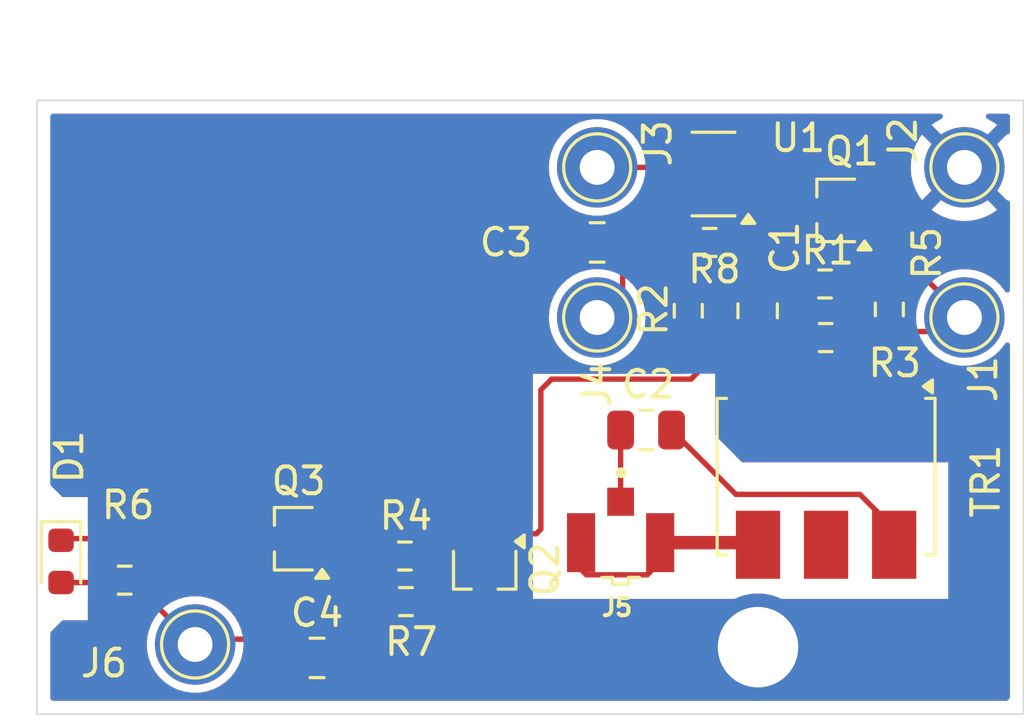
<source format=kicad_pcb>
(kicad_pcb (version 20240108) (generator "pcbnew") (generator_version "8.0")
  (layers (0 "F.Cu" signal) (31 "B.Cu" signal) (34 "B.Paste" user) (35 "F.Paste" user) (36 "B.SilkS" user "B.Silkscreen") (37 "F.SilkS" user "F.Silkscreen") (38 "B.Mask" user) (39 "F.Mask" user) (44 "Edge.Cuts" user))
  (net 0 "")
  (net 1 "Net-(C1-Pad2)")
  (net 2 "Net-(C1-Pad1)")
  (net 3 "Net-(C2-Pad2)")
  (net 4 "Net-(C2-Pad1)")
  (net 5 "Net-(J1-Pin_1)")
  (net 6 "GND")
  (net 7 "Net-(J3-Pin_1)")
  (net 8 "Net-(J4-Pin_1)")
  (net 9 "Net-(J5-Pad2)")
  (net 10 "Net-(Q1-B)")
  (net 13 "Net-(D1-A)")
  (net 14 "Net-(D1-K)")
  (net 15 "Net-(J6-Pin_1)")
  (net 16 "Net-(Q2-C)")
  (net 17 "Net-(Q2-B)")
  (net 18 "Net-(Q3-B)")
  (footprint "Capacitor_SMD:C_0805_2012Metric" (layer "F.Cu") (at 92.525 99.1 180)
    (property "Reference" "C2" (at -0.075 1.7 180) (layer "F.SilkS"))
    (property "Value" "1n")
    (fp_line (start -0.261252 0.735) (end 0.261252 0.735) (stroke (width 0.12)) (layer "F.SilkS"))
    (fp_line (start -0.261252 -0.735) (end 0.261252 -0.735) (stroke (width 0.12)) (layer "F.SilkS"))
    (pad "1" smd roundrect (at -0.95 0 180) (size 1 1.45) (layers "F.Cu" "F.Paste" "F.Mask") (net 4 "Net-(C2-Pad1)"))
    (pad "2" smd roundrect (at 0.95 0 180) (size 1 1.45) (layers "F.Cu" "F.Paste" "F.Mask") (net 3 "Net-(C2-Pad2)"))
  )
  (footprint "Resistor_SMD:R_0603_1608Metric" (layer "F.Cu") (at 99.227 95.65)
    (property "Reference" "R3" (at 2.573 0.95 0) (layer "F.SilkS"))
    (property "Value" "200")
    (fp_line (start -0.237258 -0.5225) (end 0.237258 -0.5225) (stroke (width 0.12)) (layer "F.SilkS"))
    (fp_line (start -0.237258 0.5225) (end 0.237258 0.5225) (stroke (width 0.12)) (layer "F.SilkS"))
    (pad "1" smd roundrect (at -0.825 0) (size 0.8 0.95) (layers "F.Cu" "F.Paste" "F.Mask") (net 1 "Net-(C1-Pad2)"))
    (pad "2" smd roundrect (at 0.825 0) (size 0.8 0.95) (layers "F.Cu" "F.Paste" "F.Mask") (net 6 "GND"))
  )
  (footprint "Resistor_SMD:R_0603_1608Metric" (layer "F.Cu") (at 73.075 104.7 180)
    (property "Reference" "R6" (at -0.125 2.8 180) (layer "F.SilkS"))
    (property "Value" "470")
    (fp_line (start -0.237258 0.5225) (end 0.237258 0.5225) (stroke (width 0.12)) (layer "F.SilkS"))
    (fp_line (start -0.237258 -0.5225) (end 0.237258 -0.5225) (stroke (width 0.12)) (layer "F.SilkS"))
    (pad "1" smd roundrect (at -0.825 0 180) (size 0.8 0.95) (layers "F.Cu" "F.Paste" "F.Mask") (net 15 "Net-(J6-Pin_1)"))
    (pad "2" smd roundrect (at 0.825 0 180) (size 0.8 0.95) (layers "F.Cu" "F.Paste" "F.Mask") (net 13 "Net-(D1-A)"))
  )
  (footprint "Package_TO_SOT_SMD:SOT-23-5" (layer "F.Cu") (at 95.0375 89.55 180)
    (property "Reference" "U1" (at -3.1625 1.35 180) (layer "F.SilkS"))
    (property "Value" "SN74LVC1G125DBV")
    (fp_line (start 0 1.56) (end 0.8 1.56) (stroke (width 0.12)) (layer "F.SilkS"))
    (fp_line (start 0 1.56) (end -0.8 1.56) (stroke (width 0.12)) (layer "F.SilkS"))
    (fp_line (start 0 -1.56) (end 0.8 -1.56) (stroke (width 0.12)) (layer "F.SilkS"))
    (fp_line (start 0 -1.56) (end -0.8 -1.56) (stroke (width 0.12)) (layer "F.SilkS"))
    (fp_poly (pts (xy -1.3 -1.51) (xy -1.54 -1.84) (xy -1.06 -1.84) (xy -1.3 -1.51)) (stroke (width 0.12)) (fill solid) (layer "F.SilkS"))
    (pad "1" smd roundrect (at -1.1375 -0.95 180) (size 1.325 0.6) (layers "F.Cu" "F.Paste" "F.Mask") (net 5 "Net-(J1-Pin_1)"))
    (pad "2" smd roundrect (at -1.1375 0 180) (size 1.325 0.6) (layers "F.Cu" "F.Paste" "F.Mask") (net 2 "Net-(C1-Pad1)"))
    (pad "3" smd roundrect (at -1.1375 0.95 180) (size 1.325 0.6) (layers "F.Cu" "F.Paste" "F.Mask") (net 6 "GND"))
    (pad "4" smd roundrect (at 1.1375 0.95 180) (size 1.325 0.6) (layers "F.Cu" "F.Paste" "F.Mask") (net 7 "Net-(J3-Pin_1)"))
    (pad "5" smd roundrect (at 1.1375 -0.95 180) (size 1.325 0.6) (layers "F.Cu" "F.Paste" "F.Mask") (net 8 "Net-(J4-Pin_1)"))
  )
  (footprint "Connector_Pin:Pin_D1.0mm_L10.0mm" (layer "F.Cu") (at 75.7 107.1)
    (property "Reference" "J6" (at -3.4 0.7 0) (layer "F.SilkS"))
    (property "Value" "Conn_01x01_Pin")
    (fp_circle (center 0 0) (end 1.25 0.05) (stroke (width 0.12)) (fill none) (layer "F.SilkS"))
    (pad "1" thru_hole circle (at 0 0) (size 3 3) (drill 1.3) (layers "*.Cu" "*.Mask") (net 15 "Net-(J6-Pin_1)"))
  )
  (footprint "Resistor_SMD:R_0603_1608Metric" (layer "F.Cu") (at 99.2 93.65)
    (property "Reference" "R1" (at 0.1 -1.25 0) (layer "F.SilkS"))
    (property "Value" "100k")
    (fp_line (start -0.237258 -0.5225) (end 0.237258 -0.5225) (stroke (width 0.12)) (layer "F.SilkS"))
    (fp_line (start -0.237258 0.5225) (end 0.237258 0.5225) (stroke (width 0.12)) (layer "F.SilkS"))
    (pad "1" smd roundrect (at -0.825 0) (size 0.8 0.95) (layers "F.Cu" "F.Paste" "F.Mask") (net 2 "Net-(C1-Pad1)"))
    (pad "2" smd roundrect (at 0.825 0) (size 0.8 0.95) (layers "F.Cu" "F.Paste" "F.Mask") (net 10 "Net-(Q1-B)"))
  )
  (footprint "Connector_Pin:Pin_D1.0mm_L10.0mm" (layer "F.Cu") (at 104.4 94.9 90)
    (property "Reference" "J1" (at -2.3 0.7 -90) (layer "F.SilkS"))
    (property "Value" "Conn_01x01_Pin")
    (fp_circle (center 0 0) (end 1.25 0.05) (stroke (width 0.12)) (fill none) (layer "F.SilkS"))
    (pad "1" thru_hole circle (at 0 0 90) (size 3 3) (drill 1.3) (layers "*.Cu" "*.Mask") (net 5 "Net-(J1-Pin_1)"))
  )
  (footprint "Resistor_SMD:R_0603_1608Metric" (layer "F.Cu") (at 94.1 94.65 -90)
    (property "Reference" "R2" (at -0.05 1.3 90) (layer "F.SilkS"))
    (property "Value" "100k")
    (fp_line (start -0.237258 0.5225) (end 0.237258 0.5225) (stroke (width 0.12)) (layer "F.SilkS"))
    (fp_line (start -0.237258 -0.5225) (end 0.237258 -0.5225) (stroke (width 0.12)) (layer "F.SilkS"))
    (pad "1" smd roundrect (at -0.825 0 270) (size 0.8 0.95) (layers "F.Cu" "F.Paste" "F.Mask") (net 2 "Net-(C1-Pad1)"))
    (pad "2" smd roundrect (at 0.825 0 270) (size 0.8 0.95) (layers "F.Cu" "F.Paste" "F.Mask") (net 6 "GND"))
  )
  (footprint "Connector_Pin:Pin_D1.0mm_L10.0mm" (layer "F.Cu") (at 104.4 89.3 90)
    (property "Reference" "J2" (at 1 -2.3 -90) (layer "F.SilkS"))
    (property "Value" "Conn_01x01_Pin")
    (fp_circle (center 0 0) (end 1.25 0.05) (stroke (width 0.12)) (fill none) (layer "F.SilkS"))
    (pad "1" thru_hole circle (at 0 0 90) (size 3 3) (drill 1.3) (layers "*.Cu" "*.Mask") (net 6 "GND"))
  )
  (footprint "Package_TO_SOT_SMD:SOT-323_SC-70_Handsoldering" (layer "F.Cu") (at 99.63 90.9 180)
    (property "Reference" "Q1" (at -0.57 2.2 180) (layer "F.SilkS"))
    (property "Value" "BC850")
    (fp_line (start 0.735 0.5) (end 0.735 1.16) (stroke (width 0.12)) (layer "F.SilkS"))
    (fp_line (start 0.735 -1.17) (end 0.735 -0.5) (stroke (width 0.12)) (layer "F.SilkS"))
    (fp_line (start -0.675 1.16) (end 0.735 1.16) (stroke (width 0.12)) (layer "F.SilkS"))
    (fp_line (start -0.675 -1.17) (end 0.735 -1.17) (stroke (width 0.12)) (layer "F.SilkS"))
    (fp_poly (pts (xy -1.045 -1.15) (xy -1.285 -1.48) (xy -0.805 -1.48) (xy -1.045 -1.15)) (stroke (width 0.12)) (fill solid) (layer "F.SilkS"))
    (pad "1" smd roundrect (at -1.33 -0.65 90) (size 0.45 1.5) (layers "F.Cu" "F.Paste" "F.Mask") (net 10 "Net-(Q1-B)"))
    (pad "2" smd roundrect (at -1.33 0.65 90) (size 0.45 1.5) (layers "F.Cu" "F.Paste" "F.Mask") (net 6 "GND"))
    (pad "3" smd roundrect (at 1.33 0 90) (size 0.45 1.5) (layers "F.Cu" "F.Paste" "F.Mask") (net 5 "Net-(J1-Pin_1)"))
  )
  (footprint "LED_SMD:LED_0603_1608Metric" (layer "F.Cu") (at 70.7 104 -90)
    (property "Reference" "D1" (at -3.9 -0.3 90) (layer "F.SilkS"))
    (property "Value" "LED")
    (fp_line (start -1.485 0.735) (end 0.8 0.735) (stroke (width 0.12)) (layer "F.SilkS"))
    (fp_line (start -1.485 -0.735) (end -1.485 0.735) (stroke (width 0.12)) (layer "F.SilkS"))
    (fp_line (start 0.8 -0.735) (end -1.485 -0.735) (stroke (width 0.12)) (layer "F.SilkS"))
    (pad "1" smd roundrect (at -0.7875 0 270) (size 0.875 0.95) (layers "F.Cu" "F.Paste" "F.Mask") (net 14 "Net-(D1-K)"))
    (pad "2" smd roundrect (at 0.7875 0 270) (size 0.875 0.95) (layers "F.Cu" "F.Paste" "F.Mask") (net 13 "Net-(D1-A)"))
  )
  (footprint "20279-001E-03:IPEX_20279-001E-03" (layer "F.Cu") (at 91.575 103.3 180)
    (property "Reference" "J5" (at 0.134 -2.4168 180) (layer "F.SilkS") (effects (font (size 0.64063 0.64063))))
    (property "Value" "20279-001E-03")
    (fp_line (start 0.7 -1.3) (end 0.3 -1.3) (stroke (width 0.127)) (layer "F.SilkS"))
    (fp_line (start 0.3 -1.3) (end 0.3 -1.55) (stroke (width 0.127)) (layer "F.SilkS"))
    (fp_line (start 0.3 -1.55) (end -0.3 -1.55) (stroke (width 0.127)) (layer "F.SilkS"))
    (fp_line (start -0.3 -1.3) (end -0.7 -1.3) (stroke (width 0.127)) (layer "F.SilkS"))
    (fp_line (start -0.3 -1.55) (end -0.3 -1.3) (stroke (width 0.127)) (layer "F.SilkS"))
    (fp_circle (center -0.02 2.61) (end 0.08 2.61) (stroke (width 0.2)) (fill none) (layer "F.SilkS"))
    (pad "1" smd rect (at 0 1.525 180) (size 1 1.05) (layers "F.Cu" "F.Paste" "F.Mask") (net 3 "Net-(C2-Pad2)"))
    (pad "2" smd rect (at 1.475 0 180) (size 1.05 2.2) (layers "F.Cu" "F.Paste" "F.Mask") (net 9 "Net-(J5-Pad2)"))
    (pad "3" smd rect (at -1.475 0 180) (size 1.05 2.2) (layers "F.Cu" "F.Paste" "F.Mask") (net 9 "Net-(J5-Pad2)"))
    (zone (net 0) (net_name "") (layer "F.Cu") (connect_pads (clearance 0)) (min_thickness 0.01)
      (keepout (tracks not_allowed) (vias not_allowed) (pads not_allowed) (copperpour not_allowed) (footprints allowed))
      (fill (thermal_gap 0.508) (thermal_bridge_width 0.508))
      (polygon (pts (xy 92.625 104.3) (xy 90.525 104.3) (xy 90.525 102.4) (xy 92.625 102.4)))
    )
  )
  (footprint "Capacitor_SMD:C_0805_2012Metric" (layer "F.Cu") (at 96.687 94.65 -90)
    (property "Reference" "C1" (at -2.35 -1.013 90) (layer "F.SilkS"))
    (property "Value" "1n")
    (fp_line (start -0.261252 0.735) (end 0.261252 0.735) (stroke (width 0.12)) (layer "F.SilkS"))
    (fp_line (start -0.261252 -0.735) (end 0.261252 -0.735) (stroke (width 0.12)) (layer "F.SilkS"))
    (pad "1" smd roundrect (at -0.95 0 270) (size 1 1.45) (layers "F.Cu" "F.Paste" "F.Mask") (net 2 "Net-(C1-Pad1)"))
    (pad "2" smd roundrect (at 0.95 0 270) (size 1 1.45) (layers "F.Cu" "F.Paste" "F.Mask") (net 1 "Net-(C1-Pad2)"))
  )
  (footprint "Capacitor_SMD:C_0805_2012Metric" (layer "F.Cu") (at 80.25 107.6)
    (property "Reference" "C4" (at 0 -1.68 0) (layer "F.SilkS"))
    (property "Value" "100n")
    (fp_line (start -0.261252 -0.735) (end 0.261252 -0.735) (stroke (width 0.12)) (layer "F.SilkS"))
    (fp_line (start -0.261252 0.735) (end 0.261252 0.735) (stroke (width 0.12)) (layer "F.SilkS"))
    (pad "1" smd roundrect (at -0.95 0) (size 1 1.45) (layers "F.Cu" "F.Paste" "F.Mask") (net 15 "Net-(J6-Pin_1)"))
    (pad "2" smd roundrect (at 0.95 0) (size 1 1.45) (layers "F.Cu" "F.Paste" "F.Mask") (net 6 "GND"))
  )
  (footprint "Connector_Pin:Pin_D1.0mm_L10.0mm" (layer "F.Cu") (at 90.7 94.9 90)
    (property "Reference" "J4" (at -2.5 0 -90) (layer "F.SilkS"))
    (property "Value" "Conn_01x01_Pin")
    (fp_circle (center 0 0) (end 1.25 0.05) (stroke (width 0.12)) (fill none) (layer "F.SilkS"))
    (pad "1" thru_hole circle (at 0 0 90) (size 3 3) (drill 1.3) (layers "*.Cu" "*.Mask") (net 8 "Net-(J4-Pin_1)"))
  )
  (footprint "Resistor_SMD:R_0603_1608Metric" (layer "F.Cu") (at 83.565 105.5)
    (property "Reference" "R4" (at 0 -3.2 0) (layer "F.SilkS"))
    (property "Value" "47k")
    (fp_line (start -0.237258 -0.5225) (end 0.237258 -0.5225) (stroke (width 0.12)) (layer "F.SilkS"))
    (fp_line (start -0.237258 0.5225) (end 0.237258 0.5225) (stroke (width 0.12)) (layer "F.SilkS"))
    (pad "1" smd roundrect (at -0.825 0) (size 0.8 0.95) (layers "F.Cu" "F.Paste" "F.Mask") (net 15 "Net-(J6-Pin_1)"))
    (pad "2" smd roundrect (at 0.825 0) (size 0.8 0.95) (layers "F.Cu" "F.Paste" "F.Mask") (net 16 "Net-(Q2-C)"))
  )
  (footprint "Resistor_SMD:R_0603_1608Metric" (layer "F.Cu") (at 101.6 94.6 90)
    (property "Reference" "R5" (at 2.1 1.4 -90) (layer "F.SilkS"))
    (property "Value" "47k")
    (fp_line (start -0.237258 -0.5225) (end 0.237258 -0.5225) (stroke (width 0.12)) (layer "F.SilkS"))
    (fp_line (start -0.237258 0.5225) (end 0.237258 0.5225) (stroke (width 0.12)) (layer "F.SilkS"))
    (pad "1" smd roundrect (at -0.825 0 90) (size 0.8 0.95) (layers "F.Cu" "F.Paste" "F.Mask") (net 5 "Net-(J1-Pin_1)"))
    (pad "2" smd roundrect (at 0.825 0 90) (size 0.8 0.95) (layers "F.Cu" "F.Paste" "F.Mask") (net 17 "Net-(Q2-B)"))
  )
  (footprint "Resistor_SMD:R_0603_1608Metric" (layer "F.Cu") (at 94.9 92.1)
    (property "Reference" "R8" (at 0.175 1 0) (layer "F.SilkS"))
    (property "Value" "47k")
    (fp_line (start -0.237258 -0.5225) (end 0.237258 -0.5225) (stroke (width 0.12)) (layer "F.SilkS"))
    (fp_line (start -0.237258 0.5225) (end 0.237258 0.5225) (stroke (width 0.12)) (layer "F.SilkS"))
    (pad "1" smd roundrect (at -0.825 0) (size 0.8 0.95) (layers "F.Cu" "F.Paste" "F.Mask") (net 8 "Net-(J4-Pin_1)"))
    (pad "2" smd roundrect (at 0.825 0) (size 0.8 0.95) (layers "F.Cu" "F.Paste" "F.Mask") (net 5 "Net-(J1-Pin_1)"))
  )
  (footprint "Capacitor_SMD:C_0805_2012Metric" (layer "F.Cu") (at 90.7 92.1 180)
    (property "Reference" "C3" (at 3.4 0 180) (layer "F.SilkS"))
    (property "Value" "100n")
    (fp_line (start -0.261252 0.735) (end 0.261252 0.735) (stroke (width 0.12)) (layer "F.SilkS"))
    (fp_line (start -0.261252 -0.735) (end 0.261252 -0.735) (stroke (width 0.12)) (layer "F.SilkS"))
    (pad "1" smd roundrect (at -0.95 0 180) (size 1 1.45) (layers "F.Cu" "F.Paste" "F.Mask") (net 8 "Net-(J4-Pin_1)"))
    (pad "2" smd roundrect (at 0.95 0 180) (size 1 1.45) (layers "F.Cu" "F.Paste" "F.Mask") (net 6 "GND"))
  )
  (footprint "Package_TO_SOT_SMD:SOT-323_SC-70_Handsoldering" (layer "F.Cu") (at 86.5 104.3 -90)
    (property "Reference" "Q2" (at 0 -2.25 90) (layer "F.SilkS"))
    (property "Value" "BC850")
    (fp_line (start -0.675 1.16) (end 0.735 1.16) (stroke (width 0.12)) (layer "F.SilkS"))
    (fp_line (start 0.735 0.5) (end 0.735 1.16) (stroke (width 0.12)) (layer "F.SilkS"))
    (fp_line (start -0.675 -1.17) (end 0.735 -1.17) (stroke (width 0.12)) (layer "F.SilkS"))
    (fp_line (start 0.735 -1.17) (end 0.735 -0.5) (stroke (width 0.12)) (layer "F.SilkS"))
    (fp_poly (pts (xy -1.045 -1.15) (xy -1.285 -1.48) (xy -0.805 -1.48) (xy -1.045 -1.15)) (stroke (width 0.12)) (fill solid) (layer "F.SilkS"))
    (pad "1" smd roundrect (at -1.33 -0.65 180) (size 0.45 1.5) (layers "F.Cu" "F.Paste" "F.Mask") (net 17 "Net-(Q2-B)"))
    (pad "2" smd roundrect (at -1.33 0.65 180) (size 0.45 1.5) (layers "F.Cu" "F.Paste" "F.Mask") (net 6 "GND"))
    (pad "3" smd roundrect (at 1.33 0 180) (size 0.45 1.5) (layers "F.Cu" "F.Paste" "F.Mask") (net 16 "Net-(Q2-C)"))
  )
  (footprint "RF_Mini-Circuits:Mini-Circuits_CD637_H5.23mm" (layer "F.Cu") (at 99.24 100.84 -90)
    (property "Reference" "TR1" (at 0.16 -5.96 90) (layer "F.SilkS"))
    (property "Value" "4:1")
    (fp_line (start -2.921 4.064) (end 2.921 4.064) (stroke (width 0.12)) (layer "F.SilkS"))
    (fp_line (start 2.921 4.064) (end 2.921 3.71) (stroke (width 0.12)) (layer "F.SilkS"))
    (fp_line (start -2.921 3.71) (end -2.921 4.064) (stroke (width 0.12)) (layer "F.SilkS"))
    (fp_line (start 2.921 -3.71) (end 2.921 -4.064) (stroke (width 0.12)) (layer "F.SilkS"))
    (fp_line (start -2.921 -4.064) (end -2.921 -3.71) (stroke (width 0.12)) (layer "F.SilkS"))
    (fp_line (start 2.921 -4.064) (end -2.921 -4.064) (stroke (width 0.12)) (layer "F.SilkS"))
    (fp_poly (pts (xy -3.37 -3.63) (xy -3.61 -3.966) (xy -3.13 -3.966) (xy -3.37 -3.63)) (stroke (width 0.12)) (fill solid) (layer "F.SilkS"))
    (pad "1" smd rect (at -2.54 -2.54 270) (size 2.54 1.65) (layers "F.Cu" "F.Paste" "F.Mask") (net 6 "GND"))
    (pad "2" smd rect (at -2.54 0 270) (size 2.54 1.65) (layers "F.Cu" "F.Paste" "F.Mask"))
    (pad "3" smd rect (at -2.54 2.54 270) (size 2.54 1.65) (layers "F.Cu" "F.Paste" "F.Mask") (net 1 "Net-(C1-Pad2)"))
    (pad "4" smd rect (at 2.54 2.54 270) (size 2.54 1.65) (layers "F.Cu" "F.Paste" "F.Mask") (net 9 "Net-(J5-Pad2)"))
    (pad "5" smd rect (at 2.54 0 270) (size 2.54 1.65) (layers "F.Cu" "F.Paste" "F.Mask"))
    (pad "6" smd rect (at 2.54 -2.54 270) (size 2.54 1.65) (layers "F.Cu" "F.Paste" "F.Mask") (net 4 "Net-(C2-Pad1)"))
  )
  (footprint "Connector_Pin:Pin_D1.0mm_L10.0mm" (layer "F.Cu") (at 90.7 89.3 90)
    (property "Reference" "J3" (at 0.9 2.25 -90) (layer "F.SilkS"))
    (property "Value" "Conn_01x01_Pin")
    (fp_circle (center 0 0) (end 1.25 0.05) (stroke (width 0.12)) (fill none) (layer "F.SilkS"))
    (pad "1" thru_hole circle (at 0 0 90) (size 3 3) (drill 1.3) (layers "*.Cu" "*.Mask") (net 7 "Net-(J3-Pin_1)"))
  )
  (footprint "Package_TO_SOT_SMD:SOT-323_SC-70_Handsoldering" (layer "F.Cu") (at 79.395 103.15 180)
    (property "Reference" "Q3" (at -0.17 2.15 180) (layer "F.SilkS"))
    (property "Value" "BC850")
    (fp_line (start 0.735 0.5) (end 0.735 1.16) (stroke (width 0.12)) (layer "F.SilkS"))
    (fp_line (start 0.735 -1.17) (end 0.735 -0.5) (stroke (width 0.12)) (layer "F.SilkS"))
    (fp_line (start -0.675 1.16) (end 0.735 1.16) (stroke (width 0.12)) (layer "F.SilkS"))
    (fp_line (start -0.675 -1.17) (end 0.735 -1.17) (stroke (width 0.12)) (layer "F.SilkS"))
    (fp_poly (pts (xy -1.045 -1.15) (xy -1.285 -1.48) (xy -0.805 -1.48) (xy -1.045 -1.15)) (stroke (width 0.12)) (fill solid) (layer "F.SilkS"))
    (pad "1" smd roundrect (at -1.33 -0.65 90) (size 0.45 1.5) (layers "F.Cu" "F.Paste" "F.Mask") (net 18 "Net-(Q3-B)"))
    (pad "2" smd roundrect (at -1.33 0.65 90) (size 0.45 1.5) (layers "F.Cu" "F.Paste" "F.Mask") (net 6 "GND"))
    (pad "3" smd roundrect (at 1.33 0 90) (size 0.45 1.5) (layers "F.Cu" "F.Paste" "F.Mask") (net 14 "Net-(D1-K)"))
  )
  (footprint "Resistor_SMD:R_0603_1608Metric" (layer "F.Cu") (at 83.525 103.8 180)
    (property "Reference" "R7" (at -0.24 -3.2 180) (layer "F.SilkS"))
    (property "Value" "47k")
    (fp_line (start -0.237258 0.5225) (end 0.237258 0.5225) (stroke (width 0.12)) (layer "F.SilkS"))
    (fp_line (start -0.237258 -0.5225) (end 0.237258 -0.5225) (stroke (width 0.12)) (layer "F.SilkS"))
    (pad "1" smd roundrect (at -0.825 0 180) (size 0.8 0.95) (layers "F.Cu" "F.Paste" "F.Mask") (net 16 "Net-(Q2-C)"))
    (pad "2" smd roundrect (at 0.825 0 180) (size 0.8 0.95) (layers "F.Cu" "F.Paste" "F.Mask") (net 18 "Net-(Q3-B)"))
  )
  (gr_rect (start 69.8 86.8) (end 106.6 109.7) (stroke (width 0.05)) (fill none) (layer "Edge.Cuts"))
  (gr_text "pluto external clock" (at 70.7 98.5 0) (layer "F.Cu") (effects (font (size 1 1)) (justify left bottom)))
  (segment (start 96.687 95.6) (end 96.687 98.287) (width 0.2) (layer "F.Cu") (net 1))
  (segment (start 98.402 95.65) (end 96.737 95.65) (width 0.2) (layer "F.Cu") (net 1))
  (segment (start 96.737 95.65) (end 96.687 95.6) (width 0.2) (layer "F.Cu") (net 1))
  (segment (start 96.687 98.287) (end 96.7 98.3) (width 0.2) (layer "F.Cu") (net 1))
  (segment (start 95.1 91.2) (end 95.1 89.7) (width 0.2) (layer "F.Cu") (net 2))
  (segment (start 98.375 93.65) (end 96.737 93.65) (width 0.2) (layer "F.Cu") (net 2))
  (segment (start 94.95 91.35) (end 95.1 91.2) (width 0.2) (layer "F.Cu") (net 2))
  (segment (start 94.95 92.975) (end 94.95 91.35) (width 0.2) (layer "F.Cu") (net 2))
  (segment (start 95.675 93.7) (end 94.95 92.975) (width 0.2) (layer "F.Cu") (net 2))
  (segment (start 94.1 93.825) (end 94.95 92.975) (width 0.2) (layer "F.Cu") (net 2))
  (segment (start 96.737 93.65) (end 96.687 93.7) (width 0.2) (layer "F.Cu") (net 2))
  (segment (start 96.687 93.7) (end 95.675 93.7) (width 0.2) (layer "F.Cu") (net 2))
  (segment (start 95.25 89.55) (end 96.175 89.55) (width 0.2) (layer "F.Cu") (net 2))
  (segment (start 95.1 89.7) (end 95.25 89.55) (width 0.2) (layer "F.Cu") (net 2))
  (segment (start 91.575 101.775) (end 91.575 99.1) (width 0.2) (layer "F.Cu") (net 3))
  (segment (start 95.875 101.5) (end 100.5 101.5) (width 0.2) (layer "F.Cu") (net 4))
  (segment (start 100.5 101.5) (end 101.78 102.78) (width 0.2) (layer "F.Cu") (net 4))
  (segment (start 101.78 102.78) (end 101.78 103.38) (width 0.2) (layer "F.Cu") (net 4))
  (segment (start 93.475 99.1) (end 95.875 101.5) (width 0.2) (layer "F.Cu") (net 4))
  (segment (start 101.78 102.925) (end 101.78 103.38) (width 0.5) (layer "F.Cu") (net 4))
  (segment (start 97.1 92.1) (end 98.3 90.9) (width 0.2) (layer "F.Cu") (net 5))
  (segment (start 96.175 90.5) (end 96.175 91.575) (width 0.2) (layer "F.Cu") (net 5))
  (segment (start 103.075 95.425) (end 103.9 94.6) (width 0.2) (layer "F.Cu") (net 5))
  (segment (start 101.6 95.425) (end 103.875 95.425) (width 0.2) (layer "F.Cu") (net 5))
  (segment (start 103.875 95.425) (end 104.4 94.9) (width 0.2) (layer "F.Cu") (net 5))
  (segment (start 96.175 91.575) (end 95.65 92.1) (width 0.2) (layer "F.Cu") (net 5))
  (segment (start 95.65 92.1) (end 97.1 92.1) (width 0.2) (layer "F.Cu") (net 5))
  (segment (start 102.5 93) (end 104.4 94.9) (width 0.2) (layer "F.Cu") (net 5))
  (segment (start 98.3 90.9) (end 102.1 90.9) (width 0.2) (layer "F.Cu") (net 5))
  (segment (start 102.5 91.3) (end 102.5 93) (width 0.2) (layer "F.Cu") (net 5))
  (segment (start 102.1 90.9) (end 102.5 91.3) (width 0.2) (layer "F.Cu") (net 5))
  (segment (start 100.052 95.752) (end 100.9 96.6) (width 0.2) (layer "F.Cu") (net 6))
  (segment (start 100.9 96.6) (end 101.6 96.6) (width 0.2) (layer "F.Cu") (net 6))
  (segment (start 101.6 96.6) (end 101.78 96.78) (width 0.2) (layer "F.Cu") (net 6))
  (segment (start 100.052 95.65) (end 100.052 95.752) (width 0.2) (layer "F.Cu") (net 6))
  (segment (start 101.78 96.78) (end 101.78 98.3) (width 0.2) (layer "F.Cu") (net 6))
  (via (at 96.7 107.2) (size 4) (drill 3) (layers "F.Cu" "B.Cu") (net 6))
  (segment (start 93.3 88.6) (end 93.9 88.6) (width 0.2) (layer "F.Cu") (net 7))
  (segment (start 90.7 89.3) (end 92.6 89.3) (width 0.2) (layer "F.Cu") (net 7))
  (segment (start 92.6 89.3) (end 93.3 88.6) (width 0.2) (layer "F.Cu") (net 7))
  (segment (start 93.15 90.5) (end 93.9 90.5) (width 0.2) (layer "F.Cu") (net 8))
  (segment (start 91.65 93.95) (end 90.7 94.9) (width 0.2) (layer "F.Cu") (net 8))
  (segment (start 91.65 92) (end 93.15 90.5) (width 0.2) (layer "F.Cu") (net 8))
  (segment (start 93.9 90.5) (end 93.9 92) (width 0.2) (layer "F.Cu") (net 8))
  (segment (start 91.65 92) (end 91.65 93.95) (width 0.2) (layer "F.Cu") (net 8))
  (segment (start 93.9 92) (end 94 92.1) (width 0.2) (layer "F.Cu") (net 8))
  (segment (start 96.62 103.3) (end 96.7 103.38) (width 0.5) (layer "F.Cu") (net 9))
  (segment (start 92.566422 104.5) (end 93.05 104.016422) (width 0.2) (layer "F.Cu") (net 9))
  (segment (start 90.1 103.3) (end 90.1 104.3) (width 0.2) (layer "F.Cu") (net 9))
  (segment (start 90.1 104.3) (end 90.3 104.5) (width 0.2) (layer "F.Cu") (net 9))
  (segment (start 90.3 104.5) (end 92.566422 104.5) (width 0.2) (layer "F.Cu") (net 9))
  (segment (start 93.05 103.3) (end 96.62 103.3) (width 0.5) (layer "F.Cu") (net 9))
  (segment (start 93.05 104.016422) (end 93.05 103.3) (width 0.2) (layer "F.Cu") (net 9))
  (segment (start 100.7675 91.55) (end 100.025 92.2925) (width 0.2) (layer "F.Cu") (net 10))
  (segment (start 100.025 92.2925) (end 100.025 93.65) (width 0.2) (layer "F.Cu") (net 10))
  (segment (start 72.0625 104.7875) (end 72.45 104.4) (width 0.2) (layer "F.Cu") (net 13))
  (segment (start 72.1625 104.7875) (end 72.25 104.7) (width 0.2) (layer "F.Cu") (net 13))
  (segment (start 70.7 104.7875) (end 72.1625 104.7875) (width 0.2) (layer "F.Cu") (net 13))
  (segment (start 78.065 103.15) (end 70.7625 103.15) (width 0.2) (layer "F.Cu") (net 14))
  (segment (start 70.7625 103.15) (end 70.7 103.2125) (width 0.2) (layer "F.Cu") (net 14))
  (segment (start 75.9 107.6) (end 75.1 106.8) (width 0.2) (layer "F.Cu") (net 15))
  (segment (start 79.3 107.6) (end 78.6 106.9) (width 0.2) (layer "F.Cu") (net 15))
  (segment (start 73.9 105.3) (end 75.5 106.9) (width 0.2) (layer "F.Cu") (net 15))
  (segment (start 79.3 107.6) (end 81.4 105.5) (width 0.2) (layer "F.Cu") (net 15))
  (segment (start 78.6 106.9) (end 75.5 106.9) (width 0.2) (layer "F.Cu") (net 15))
  (segment (start 81.4 105.5) (end 82.74 105.5) (width 0.2) (layer "F.Cu") (net 15))
  (segment (start 73.9 104.7) (end 73.9 105.3) (width 0.2) (layer "F.Cu") (net 15))
  (segment (start 84.39 103.84) (end 84.35 103.8) (width 0.2) (layer "F.Cu") (net 16))
  (segment (start 86.5 105.63) (end 84.52 105.63) (width 0.2) (layer "F.Cu") (net 16))
  (segment (start 84.52 105.63) (end 84.39 105.5) (width 0.2) (layer "F.Cu") (net 16))
  (segment (start 84.39 105.5) (end 84.39 103.84) (width 0.2) (layer "F.Cu") (net 16))
  (segment (start 95.3 94.9) (end 95.6 94.6) (width 0.2) (layer "F.Cu") (net 17))
  (segment (start 89 97.2) (end 94.2 97.2) (width 0.2) (layer "F.Cu") (net 17))
  (segment (start 100.775 94.6) (end 101.6 93.775) (width 0.2) (layer "F.Cu") (net 17))
  (segment (start 88.6 97.6) (end 89 97.2) (width 0.2) (layer "F.Cu") (net 17))
  (segment (start 95.6 94.6) (end 100.775 94.6) (width 0.2) (layer "F.Cu") (net 17))
  (segment (start 95.3 96.1) (end 95.3 94.9) (width 0.2) (layer "F.Cu") (net 17))
  (segment (start 88.6 102.8) (end 88.6 97.6) (width 0.2) (layer "F.Cu") (net 17))
  (segment (start 88.43 102.97) (end 88.6 102.8) (width 0.2) (layer "F.Cu") (net 17))
  (segment (start 87.15 102.97) (end 88.43 102.97) (width 0.2) (layer "F.Cu") (net 17))
  (segment (start 94.2 97.2) (end 95.3 96.1) (width 0.2) (layer "F.Cu") (net 17))
  (segment (start 80.725 103.8) (end 82.7 103.8) (width 0.2) (layer "F.Cu") (net 18))
  (zone (net 6) (net_name "GND") (layers "F&B.Cu") (priority 1) (connect_pads (clearance 0.3)) (min_thickness 0.2) (fill yes (thermal_gap 0.5) (thermal_bridge_width 0.5) (smoothing chamfer) (radius 1))
    (polygon (pts (xy 106.6 86.7) (xy 106.6 109.6) (xy 69.8 109.7) (xy 69.8 106.2) (xy 71.7 106.2) (xy 71.7 101.6) (xy 69.7 101.6) (xy 69.8 96.8) (xy 88.3 96.8) (xy 88.3 105.4) (xy 103.8 105.4) (xy 103.8 100.3) (xy 95.1 100.3) (xy 95.1 97) (xy 69.8 97) (xy 69.8 86.8)))
  )
)
</source>
